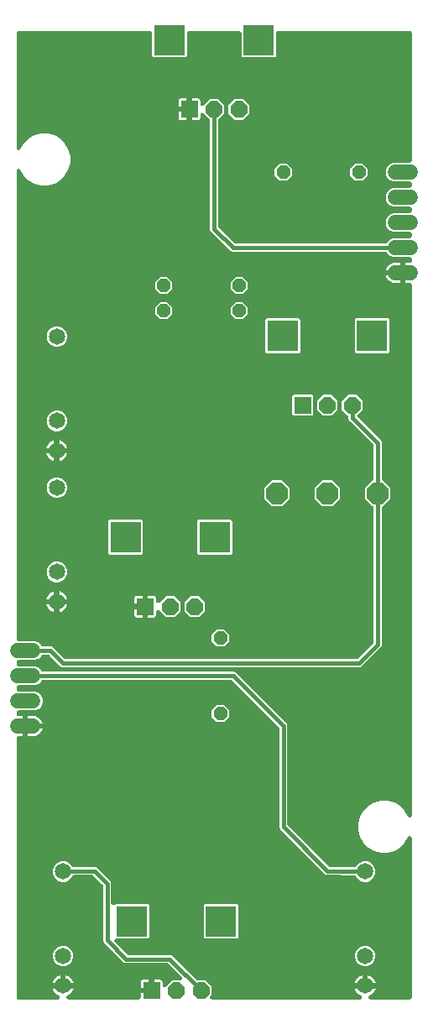
<source format=gbl>
G04 EAGLE Gerber RS-274X export*
G75*
%MOMM*%
%FSLAX34Y34*%
%LPD*%
%INBottom Copper*%
%IPPOS*%
%AMOC8*
5,1,8,0,0,1.08239X$1,22.5*%
G01*
%ADD10P,1.429621X8X112.500000*%
%ADD11C,1.524000*%
%ADD12P,1.429621X8X22.500000*%
%ADD13C,1.650000*%
%ADD14R,1.676400X1.676400*%
%ADD15P,1.814519X8X292.500000*%
%ADD16R,3.116000X3.116000*%
%ADD17P,1.429621X8X202.500000*%
%ADD18P,2.336880X8X292.500000*%
%ADD19R,1.006400X1.006400*%
%ADD20C,0.406400*%

G36*
X52011Y10173D02*
X52011Y10173D01*
X52137Y10176D01*
X52211Y10193D01*
X52286Y10201D01*
X52407Y10238D01*
X52530Y10266D01*
X52599Y10297D01*
X52671Y10319D01*
X52782Y10379D01*
X52897Y10431D01*
X52959Y10475D01*
X53025Y10511D01*
X53122Y10591D01*
X53225Y10665D01*
X53276Y10720D01*
X53334Y10768D01*
X53413Y10867D01*
X53500Y10959D01*
X53539Y11023D01*
X53587Y11082D01*
X53645Y11194D01*
X53711Y11302D01*
X53737Y11373D01*
X53772Y11439D01*
X53807Y11561D01*
X53851Y11679D01*
X53863Y11754D01*
X53884Y11826D01*
X53894Y11952D01*
X53913Y12077D01*
X53910Y12152D01*
X53916Y12228D01*
X53902Y12353D01*
X53896Y12479D01*
X53878Y12553D01*
X53869Y12627D01*
X53830Y12747D01*
X53800Y12870D01*
X53768Y12938D01*
X53745Y13010D01*
X53683Y13120D01*
X53629Y13235D01*
X53584Y13295D01*
X53547Y13361D01*
X53464Y13456D01*
X53389Y13558D01*
X53333Y13608D01*
X53284Y13665D01*
X53184Y13743D01*
X53090Y13828D01*
X53015Y13874D01*
X52965Y13912D01*
X52900Y13945D01*
X52808Y14002D01*
X51494Y14671D01*
X50120Y15669D01*
X48919Y16870D01*
X47921Y18244D01*
X47150Y19758D01*
X46697Y21151D01*
X56432Y21151D01*
X56450Y21152D01*
X56467Y21151D01*
X56650Y21172D01*
X56832Y21191D01*
X56849Y21196D01*
X56867Y21198D01*
X57042Y21255D01*
X57142Y21286D01*
X57149Y21282D01*
X57327Y21234D01*
X57502Y21184D01*
X57520Y21182D01*
X57537Y21178D01*
X57868Y21151D01*
X67603Y21151D01*
X67150Y19758D01*
X66379Y18244D01*
X65381Y16870D01*
X64180Y15669D01*
X62806Y14671D01*
X61492Y14002D01*
X61386Y13934D01*
X61275Y13873D01*
X61217Y13825D01*
X61154Y13784D01*
X61063Y13697D01*
X60966Y13616D01*
X60918Y13557D01*
X60864Y13504D01*
X60793Y13400D01*
X60713Y13302D01*
X60679Y13235D01*
X60636Y13173D01*
X60586Y13056D01*
X60528Y12945D01*
X60507Y12872D01*
X60477Y12803D01*
X60451Y12679D01*
X60416Y12558D01*
X60410Y12483D01*
X60395Y12409D01*
X60394Y12282D01*
X60384Y12156D01*
X60392Y12081D01*
X60392Y12006D01*
X60416Y11882D01*
X60431Y11757D01*
X60454Y11685D01*
X60468Y11611D01*
X60516Y11494D01*
X60555Y11374D01*
X60592Y11308D01*
X60621Y11238D01*
X60691Y11133D01*
X60753Y11023D01*
X60803Y10966D01*
X60844Y10903D01*
X60934Y10814D01*
X61016Y10718D01*
X61076Y10672D01*
X61129Y10619D01*
X61235Y10549D01*
X61335Y10472D01*
X61402Y10438D01*
X61465Y10396D01*
X61582Y10349D01*
X61695Y10292D01*
X61768Y10273D01*
X61838Y10244D01*
X61962Y10221D01*
X62084Y10188D01*
X62171Y10181D01*
X62233Y10169D01*
X62307Y10170D01*
X62415Y10161D01*
X133496Y10161D01*
X133514Y10163D01*
X133532Y10161D01*
X133714Y10182D01*
X133897Y10201D01*
X133914Y10206D01*
X133931Y10208D01*
X134106Y10265D01*
X134282Y10319D01*
X134297Y10327D01*
X134314Y10333D01*
X134474Y10423D01*
X134636Y10511D01*
X134649Y10522D01*
X134665Y10531D01*
X134804Y10651D01*
X134945Y10768D01*
X134956Y10782D01*
X134970Y10794D01*
X135082Y10939D01*
X135197Y11082D01*
X135205Y11098D01*
X135216Y11112D01*
X135298Y11277D01*
X135383Y11439D01*
X135388Y11456D01*
X135396Y11472D01*
X135443Y11651D01*
X135494Y11826D01*
X135496Y11844D01*
X135500Y11861D01*
X135527Y12192D01*
X135527Y16151D01*
X145732Y16151D01*
X145750Y16152D01*
X145767Y16151D01*
X145950Y16172D01*
X146132Y16191D01*
X146149Y16196D01*
X146167Y16198D01*
X146342Y16255D01*
X146517Y16309D01*
X146533Y16317D01*
X146550Y16323D01*
X146710Y16413D01*
X146871Y16500D01*
X146885Y16512D01*
X146901Y16521D01*
X147040Y16641D01*
X147181Y16758D01*
X147192Y16772D01*
X147205Y16784D01*
X147318Y16929D01*
X147433Y17072D01*
X147441Y17088D01*
X147452Y17102D01*
X147534Y17267D01*
X147618Y17429D01*
X147623Y17446D01*
X147631Y17462D01*
X147679Y17641D01*
X147685Y17661D01*
X147778Y17691D01*
X147954Y17745D01*
X147969Y17753D01*
X147986Y17759D01*
X148146Y17849D01*
X148308Y17937D01*
X148321Y17948D01*
X148337Y17957D01*
X148476Y18077D01*
X148617Y18195D01*
X148628Y18208D01*
X148642Y18220D01*
X148754Y18365D01*
X148869Y18508D01*
X148877Y18524D01*
X148888Y18538D01*
X148970Y18703D01*
X149055Y18866D01*
X149060Y18883D01*
X149068Y18899D01*
X149115Y19077D01*
X149166Y19252D01*
X149168Y19270D01*
X149172Y19287D01*
X149199Y19618D01*
X149199Y29823D01*
X155167Y29823D01*
X155813Y29650D01*
X156392Y29315D01*
X156865Y28842D01*
X157200Y28263D01*
X157373Y27617D01*
X157373Y24455D01*
X157374Y24446D01*
X157373Y24437D01*
X157394Y24244D01*
X157413Y24055D01*
X157415Y24046D01*
X157416Y24037D01*
X157474Y23853D01*
X157531Y23670D01*
X157535Y23662D01*
X157538Y23653D01*
X157631Y23485D01*
X157723Y23316D01*
X157728Y23309D01*
X157733Y23301D01*
X157857Y23154D01*
X157980Y23006D01*
X157987Y23001D01*
X157993Y22994D01*
X158144Y22875D01*
X158294Y22754D01*
X158302Y22750D01*
X158309Y22744D01*
X158482Y22657D01*
X158651Y22569D01*
X158660Y22566D01*
X158668Y22562D01*
X158854Y22510D01*
X159038Y22457D01*
X159047Y22456D01*
X159056Y22454D01*
X159249Y22440D01*
X159440Y22424D01*
X159448Y22425D01*
X159457Y22425D01*
X159650Y22449D01*
X159839Y22471D01*
X159848Y22474D01*
X159857Y22475D01*
X160040Y22536D01*
X160222Y22596D01*
X160230Y22600D01*
X160238Y22603D01*
X160405Y22699D01*
X160573Y22794D01*
X160580Y22800D01*
X160587Y22804D01*
X160840Y23019D01*
X167136Y29315D01*
X175383Y29315D01*
X175392Y29316D01*
X175401Y29315D01*
X175594Y29336D01*
X175784Y29355D01*
X175792Y29357D01*
X175801Y29358D01*
X175985Y29416D01*
X176169Y29473D01*
X176176Y29477D01*
X176185Y29480D01*
X176353Y29572D01*
X176523Y29665D01*
X176529Y29670D01*
X176537Y29675D01*
X176684Y29799D01*
X176832Y29922D01*
X176837Y29929D01*
X176844Y29935D01*
X176964Y30087D01*
X177084Y30236D01*
X177088Y30244D01*
X177094Y30251D01*
X177182Y30424D01*
X177270Y30593D01*
X177272Y30602D01*
X177276Y30610D01*
X177328Y30796D01*
X177381Y30980D01*
X177382Y30989D01*
X177384Y30998D01*
X177398Y31191D01*
X177414Y31382D01*
X177413Y31390D01*
X177414Y31399D01*
X177389Y31592D01*
X177367Y31781D01*
X177364Y31790D01*
X177363Y31799D01*
X177302Y31982D01*
X177242Y32164D01*
X177238Y32172D01*
X177235Y32180D01*
X177139Y32346D01*
X177044Y32515D01*
X177039Y32522D01*
X177034Y32529D01*
X176819Y32782D01*
X163461Y46140D01*
X163446Y46153D01*
X163435Y46165D01*
X163430Y46169D01*
X163423Y46178D01*
X163285Y46285D01*
X163150Y46395D01*
X163126Y46408D01*
X163105Y46424D01*
X162948Y46502D01*
X162794Y46584D01*
X162769Y46592D01*
X162744Y46604D01*
X162575Y46649D01*
X162408Y46699D01*
X162382Y46701D01*
X162356Y46708D01*
X162025Y46735D01*
X119841Y46735D01*
X118348Y47354D01*
X98154Y67548D01*
X97535Y69041D01*
X97535Y124475D01*
X97533Y124502D01*
X97535Y124528D01*
X97513Y124702D01*
X97495Y124876D01*
X97488Y124901D01*
X97484Y124928D01*
X97429Y125093D01*
X97377Y125260D01*
X97364Y125284D01*
X97356Y125309D01*
X97269Y125461D01*
X97185Y125615D01*
X97168Y125635D01*
X97155Y125658D01*
X96940Y125911D01*
X87811Y135040D01*
X87791Y135057D01*
X87773Y135078D01*
X87635Y135185D01*
X87500Y135295D01*
X87476Y135308D01*
X87455Y135324D01*
X87298Y135402D01*
X87144Y135484D01*
X87119Y135492D01*
X87094Y135504D01*
X86925Y135549D01*
X86758Y135599D01*
X86732Y135601D01*
X86706Y135608D01*
X86375Y135635D01*
X68285Y135635D01*
X68263Y135633D01*
X68240Y135635D01*
X68063Y135613D01*
X67884Y135595D01*
X67863Y135589D01*
X67841Y135586D01*
X67671Y135530D01*
X67499Y135477D01*
X67480Y135467D01*
X67459Y135460D01*
X67303Y135371D01*
X67145Y135285D01*
X67128Y135271D01*
X67109Y135260D01*
X66973Y135142D01*
X66836Y135028D01*
X66822Y135010D01*
X66805Y134996D01*
X66696Y134854D01*
X66584Y134714D01*
X66573Y134694D01*
X66560Y134676D01*
X66408Y134381D01*
X65867Y133075D01*
X62975Y130183D01*
X59195Y128617D01*
X55105Y128617D01*
X51325Y130183D01*
X48433Y133075D01*
X46867Y136855D01*
X46867Y140945D01*
X48433Y144725D01*
X51325Y147617D01*
X53321Y148444D01*
X55105Y149183D01*
X59195Y149183D01*
X62975Y147617D01*
X65956Y144636D01*
X65961Y144627D01*
X66078Y144492D01*
X66192Y144354D01*
X66209Y144340D01*
X66224Y144322D01*
X66365Y144213D01*
X66504Y144100D01*
X66524Y144089D01*
X66542Y144076D01*
X66702Y143996D01*
X66861Y143913D01*
X66882Y143906D01*
X66903Y143896D01*
X67076Y143850D01*
X67247Y143800D01*
X67270Y143798D01*
X67291Y143792D01*
X67622Y143765D01*
X89709Y143765D01*
X91202Y143146D01*
X105046Y129302D01*
X105665Y127809D01*
X105665Y107053D01*
X105666Y107044D01*
X105665Y107036D01*
X105686Y106843D01*
X105705Y106653D01*
X105707Y106644D01*
X105708Y106635D01*
X105766Y106453D01*
X105823Y106268D01*
X105827Y106260D01*
X105830Y106251D01*
X105923Y106083D01*
X106015Y105914D01*
X106020Y105907D01*
X106025Y105899D01*
X106150Y105751D01*
X106272Y105604D01*
X106279Y105599D01*
X106285Y105592D01*
X106437Y105472D01*
X106586Y105352D01*
X106594Y105348D01*
X106601Y105342D01*
X106773Y105255D01*
X106943Y105167D01*
X106952Y105164D01*
X106960Y105160D01*
X107146Y105108D01*
X107330Y105055D01*
X107339Y105055D01*
X107348Y105052D01*
X107540Y105038D01*
X107732Y105022D01*
X107740Y105023D01*
X107749Y105023D01*
X107942Y105047D01*
X108131Y105069D01*
X108140Y105072D01*
X108149Y105073D01*
X108332Y105135D01*
X108514Y105194D01*
X108522Y105199D01*
X108530Y105201D01*
X108696Y105297D01*
X108865Y105392D01*
X108872Y105398D01*
X108879Y105402D01*
X109132Y105617D01*
X110028Y106513D01*
X142872Y106513D01*
X144063Y105322D01*
X144063Y72478D01*
X142872Y71287D01*
X110815Y71287D01*
X110806Y71286D01*
X110797Y71287D01*
X110604Y71266D01*
X110414Y71247D01*
X110406Y71245D01*
X110397Y71244D01*
X110213Y71186D01*
X110029Y71129D01*
X110022Y71125D01*
X110013Y71122D01*
X109845Y71030D01*
X109675Y70937D01*
X109669Y70932D01*
X109661Y70927D01*
X109513Y70802D01*
X109366Y70680D01*
X109361Y70673D01*
X109354Y70667D01*
X109234Y70515D01*
X109114Y70366D01*
X109110Y70358D01*
X109104Y70351D01*
X109016Y70177D01*
X108928Y70009D01*
X108926Y70000D01*
X108922Y69992D01*
X108870Y69806D01*
X108817Y69622D01*
X108816Y69613D01*
X108814Y69604D01*
X108800Y69411D01*
X108784Y69220D01*
X108785Y69212D01*
X108784Y69203D01*
X108809Y69010D01*
X108831Y68821D01*
X108834Y68812D01*
X108835Y68803D01*
X108896Y68620D01*
X108956Y68438D01*
X108960Y68430D01*
X108963Y68422D01*
X109059Y68255D01*
X109154Y68087D01*
X109159Y68080D01*
X109164Y68073D01*
X109379Y67820D01*
X121739Y55460D01*
X121759Y55443D01*
X121777Y55422D01*
X121915Y55315D01*
X122050Y55205D01*
X122074Y55192D01*
X122095Y55176D01*
X122252Y55098D01*
X122406Y55016D01*
X122431Y55008D01*
X122456Y54996D01*
X122625Y54951D01*
X122792Y54901D01*
X122818Y54899D01*
X122844Y54892D01*
X123175Y54865D01*
X165359Y54865D01*
X166852Y54246D01*
X191189Y29910D01*
X191209Y29893D01*
X191227Y29872D01*
X191365Y29765D01*
X191500Y29655D01*
X191524Y29642D01*
X191545Y29626D01*
X191702Y29548D01*
X191856Y29466D01*
X191881Y29458D01*
X191906Y29446D01*
X192075Y29401D01*
X192242Y29351D01*
X192268Y29349D01*
X192294Y29342D01*
X192625Y29315D01*
X200764Y29315D01*
X206865Y23214D01*
X206865Y14586D01*
X205907Y13628D01*
X205901Y13621D01*
X205894Y13616D01*
X205773Y13465D01*
X205652Y13317D01*
X205648Y13309D01*
X205642Y13302D01*
X205554Y13132D01*
X205463Y12961D01*
X205461Y12952D01*
X205457Y12945D01*
X205404Y12760D01*
X205348Y12575D01*
X205348Y12566D01*
X205345Y12558D01*
X205330Y12367D01*
X205312Y12174D01*
X205313Y12165D01*
X205312Y12156D01*
X205335Y11967D01*
X205355Y11774D01*
X205358Y11765D01*
X205359Y11757D01*
X205419Y11575D01*
X205477Y11390D01*
X205481Y11382D01*
X205484Y11374D01*
X205578Y11207D01*
X205672Y11038D01*
X205678Y11031D01*
X205682Y11023D01*
X205807Y10878D01*
X205932Y10731D01*
X205939Y10725D01*
X205945Y10718D01*
X206096Y10602D01*
X206248Y10481D01*
X206256Y10477D01*
X206263Y10472D01*
X206434Y10387D01*
X206607Y10299D01*
X206616Y10296D01*
X206624Y10292D01*
X206809Y10243D01*
X206995Y10191D01*
X207004Y10190D01*
X207013Y10188D01*
X207343Y10161D01*
X356685Y10161D01*
X356811Y10173D01*
X356937Y10176D01*
X357011Y10193D01*
X357086Y10201D01*
X357207Y10238D01*
X357330Y10266D01*
X357399Y10297D01*
X357471Y10319D01*
X357582Y10379D01*
X357697Y10431D01*
X357759Y10475D01*
X357825Y10511D01*
X357922Y10591D01*
X358025Y10665D01*
X358076Y10720D01*
X358134Y10768D01*
X358213Y10867D01*
X358300Y10959D01*
X358339Y11023D01*
X358387Y11082D01*
X358445Y11194D01*
X358511Y11302D01*
X358537Y11373D01*
X358572Y11439D01*
X358607Y11561D01*
X358651Y11679D01*
X358663Y11754D01*
X358684Y11826D01*
X358694Y11952D01*
X358713Y12077D01*
X358710Y12152D01*
X358716Y12228D01*
X358702Y12353D01*
X358696Y12479D01*
X358678Y12553D01*
X358669Y12627D01*
X358630Y12747D01*
X358600Y12870D01*
X358568Y12938D01*
X358545Y13010D01*
X358483Y13120D01*
X358429Y13235D01*
X358384Y13295D01*
X358347Y13361D01*
X358264Y13456D01*
X358189Y13558D01*
X358133Y13608D01*
X358084Y13665D01*
X357984Y13743D01*
X357890Y13828D01*
X357815Y13874D01*
X357765Y13912D01*
X357700Y13945D01*
X357608Y14002D01*
X356294Y14671D01*
X354920Y15669D01*
X353719Y16870D01*
X352721Y18244D01*
X351950Y19758D01*
X351497Y21151D01*
X361232Y21151D01*
X361250Y21152D01*
X361267Y21151D01*
X361450Y21172D01*
X361632Y21191D01*
X361649Y21196D01*
X361667Y21198D01*
X361842Y21255D01*
X361942Y21286D01*
X361949Y21282D01*
X362127Y21234D01*
X362302Y21184D01*
X362320Y21182D01*
X362337Y21178D01*
X362668Y21151D01*
X372403Y21151D01*
X371950Y19758D01*
X371179Y18244D01*
X370181Y16870D01*
X368980Y15669D01*
X367606Y14671D01*
X366292Y14002D01*
X366186Y13934D01*
X366075Y13873D01*
X366017Y13825D01*
X365954Y13784D01*
X365863Y13697D01*
X365766Y13616D01*
X365718Y13557D01*
X365664Y13504D01*
X365593Y13400D01*
X365513Y13302D01*
X365479Y13235D01*
X365436Y13173D01*
X365386Y13056D01*
X365328Y12945D01*
X365307Y12872D01*
X365277Y12803D01*
X365251Y12679D01*
X365216Y12558D01*
X365210Y12483D01*
X365195Y12409D01*
X365194Y12282D01*
X365184Y12156D01*
X365192Y12081D01*
X365192Y12006D01*
X365216Y11882D01*
X365231Y11757D01*
X365254Y11685D01*
X365268Y11611D01*
X365316Y11494D01*
X365355Y11374D01*
X365392Y11308D01*
X365421Y11238D01*
X365491Y11133D01*
X365553Y11023D01*
X365603Y10966D01*
X365644Y10903D01*
X365734Y10814D01*
X365816Y10718D01*
X365876Y10672D01*
X365929Y10619D01*
X366035Y10549D01*
X366135Y10472D01*
X366202Y10438D01*
X366265Y10396D01*
X366382Y10349D01*
X366495Y10292D01*
X366568Y10273D01*
X366638Y10244D01*
X366762Y10221D01*
X366884Y10188D01*
X366971Y10181D01*
X367033Y10169D01*
X367107Y10170D01*
X367215Y10161D01*
X406908Y10161D01*
X406926Y10163D01*
X406944Y10161D01*
X407126Y10182D01*
X407309Y10201D01*
X407326Y10206D01*
X407343Y10208D01*
X407518Y10265D01*
X407694Y10319D01*
X407709Y10327D01*
X407726Y10333D01*
X407886Y10423D01*
X408048Y10511D01*
X408061Y10522D01*
X408077Y10531D01*
X408216Y10651D01*
X408357Y10768D01*
X408368Y10782D01*
X408382Y10794D01*
X408494Y10939D01*
X408609Y11082D01*
X408617Y11098D01*
X408628Y11112D01*
X408710Y11277D01*
X408795Y11439D01*
X408800Y11456D01*
X408808Y11472D01*
X408855Y11651D01*
X408906Y11826D01*
X408908Y11844D01*
X408912Y11861D01*
X408939Y12192D01*
X408939Y172636D01*
X408932Y172709D01*
X408934Y172782D01*
X408912Y172909D01*
X408899Y173037D01*
X408878Y173107D01*
X408865Y173179D01*
X408819Y173299D01*
X408781Y173422D01*
X408746Y173486D01*
X408720Y173554D01*
X408651Y173663D01*
X408589Y173776D01*
X408543Y173832D01*
X408503Y173894D01*
X408414Y173986D01*
X408332Y174085D01*
X408275Y174131D01*
X408224Y174184D01*
X408118Y174257D01*
X408018Y174337D01*
X407953Y174371D01*
X407893Y174413D01*
X407774Y174464D01*
X407661Y174523D01*
X407590Y174543D01*
X407523Y174572D01*
X407397Y174599D01*
X407274Y174634D01*
X407201Y174640D01*
X407129Y174655D01*
X407001Y174657D01*
X406872Y174667D01*
X406800Y174658D01*
X406726Y174659D01*
X406600Y174635D01*
X406473Y174620D01*
X406403Y174597D01*
X406331Y174584D01*
X406212Y174535D01*
X406090Y174495D01*
X406026Y174459D01*
X405958Y174432D01*
X405851Y174360D01*
X405739Y174297D01*
X405684Y174249D01*
X405623Y174209D01*
X405532Y174118D01*
X405435Y174034D01*
X405390Y173976D01*
X405338Y173925D01*
X405241Y173785D01*
X405188Y173716D01*
X405173Y173687D01*
X405149Y173652D01*
X401935Y168086D01*
X397064Y163215D01*
X391098Y159770D01*
X384444Y157987D01*
X377556Y157987D01*
X370902Y159770D01*
X364936Y163215D01*
X360065Y168086D01*
X356620Y174052D01*
X354837Y180706D01*
X354837Y187594D01*
X356620Y194248D01*
X360065Y200214D01*
X364936Y205085D01*
X370902Y208530D01*
X377556Y210313D01*
X384444Y210313D01*
X391098Y208530D01*
X397064Y205085D01*
X401935Y200214D01*
X405149Y194648D01*
X405192Y194589D01*
X405227Y194524D01*
X405309Y194426D01*
X405384Y194321D01*
X405437Y194271D01*
X405484Y194215D01*
X405584Y194135D01*
X405679Y194047D01*
X405741Y194009D01*
X405798Y193963D01*
X405912Y193904D01*
X406022Y193836D01*
X406090Y193811D01*
X406155Y193777D01*
X406279Y193742D01*
X406399Y193697D01*
X406472Y193686D01*
X406542Y193666D01*
X406671Y193655D01*
X406797Y193636D01*
X406870Y193639D01*
X406944Y193633D01*
X407071Y193648D01*
X407200Y193654D01*
X407271Y193671D01*
X407343Y193680D01*
X407466Y193720D01*
X407590Y193751D01*
X407656Y193782D01*
X407726Y193805D01*
X407838Y193868D01*
X407954Y193923D01*
X408013Y193967D01*
X408077Y194003D01*
X408174Y194087D01*
X408277Y194163D01*
X408326Y194218D01*
X408382Y194266D01*
X408460Y194367D01*
X408546Y194463D01*
X408583Y194526D01*
X408628Y194584D01*
X408686Y194699D01*
X408751Y194810D01*
X408775Y194879D01*
X408808Y194944D01*
X408841Y195069D01*
X408883Y195190D01*
X408893Y195262D01*
X408912Y195333D01*
X408926Y195503D01*
X408938Y195589D01*
X408936Y195622D01*
X408939Y195664D01*
X408939Y730758D01*
X408937Y730776D01*
X408939Y730794D01*
X408918Y730976D01*
X408899Y731159D01*
X408894Y731176D01*
X408892Y731193D01*
X408835Y731368D01*
X408781Y731544D01*
X408773Y731559D01*
X408767Y731576D01*
X408677Y731736D01*
X408589Y731898D01*
X408578Y731911D01*
X408569Y731927D01*
X408449Y732066D01*
X408332Y732207D01*
X408318Y732218D01*
X408306Y732232D01*
X408161Y732344D01*
X408018Y732459D01*
X408002Y732467D01*
X407988Y732478D01*
X407823Y732560D01*
X407661Y732645D01*
X407644Y732650D01*
X407628Y732658D01*
X407449Y732705D01*
X407274Y732756D01*
X407256Y732758D01*
X407239Y732762D01*
X406908Y732789D01*
X402589Y732789D01*
X402589Y742442D01*
X402587Y742460D01*
X402589Y742477D01*
X402568Y742660D01*
X402549Y742842D01*
X402544Y742859D01*
X402542Y742877D01*
X402517Y742955D01*
X402556Y743092D01*
X402558Y743110D01*
X402562Y743127D01*
X402589Y743458D01*
X402589Y753111D01*
X406908Y753111D01*
X406926Y753113D01*
X406944Y753111D01*
X407126Y753132D01*
X407309Y753151D01*
X407326Y753156D01*
X407343Y753158D01*
X407518Y753215D01*
X407694Y753269D01*
X407709Y753277D01*
X407726Y753283D01*
X407886Y753373D01*
X408048Y753461D01*
X408061Y753472D01*
X408077Y753481D01*
X408216Y753601D01*
X408357Y753718D01*
X408368Y753732D01*
X408382Y753744D01*
X408494Y753889D01*
X408609Y754032D01*
X408617Y754048D01*
X408628Y754062D01*
X408710Y754227D01*
X408795Y754389D01*
X408800Y754406D01*
X408808Y754422D01*
X408855Y754600D01*
X408906Y754776D01*
X408908Y754794D01*
X408912Y754811D01*
X408939Y755142D01*
X408939Y756666D01*
X408937Y756684D01*
X408939Y756702D01*
X408918Y756884D01*
X408899Y757067D01*
X408894Y757084D01*
X408892Y757101D01*
X408835Y757276D01*
X408781Y757452D01*
X408773Y757467D01*
X408767Y757484D01*
X408677Y757644D01*
X408589Y757806D01*
X408578Y757819D01*
X408569Y757835D01*
X408449Y757974D01*
X408332Y758115D01*
X408318Y758126D01*
X408306Y758140D01*
X408161Y758252D01*
X408018Y758367D01*
X408002Y758375D01*
X407988Y758386D01*
X407823Y758468D01*
X407661Y758553D01*
X407644Y758558D01*
X407628Y758566D01*
X407449Y758613D01*
X407274Y758664D01*
X407256Y758666D01*
X407239Y758670D01*
X406908Y758697D01*
X390510Y758697D01*
X386962Y760167D01*
X384247Y762882D01*
X384185Y763031D01*
X384175Y763051D01*
X384168Y763072D01*
X384079Y763228D01*
X383995Y763386D01*
X383981Y763403D01*
X383970Y763423D01*
X383853Y763558D01*
X383738Y763697D01*
X383721Y763711D01*
X383707Y763728D01*
X383565Y763837D01*
X383426Y763950D01*
X383406Y763961D01*
X383388Y763974D01*
X383228Y764054D01*
X383069Y764137D01*
X383048Y764144D01*
X383028Y764154D01*
X382855Y764200D01*
X382683Y764250D01*
X382661Y764252D01*
X382639Y764258D01*
X382308Y764285D01*
X227791Y764285D01*
X226298Y764904D01*
X206104Y785098D01*
X205485Y786591D01*
X205485Y896395D01*
X205483Y896421D01*
X205485Y896448D01*
X205463Y896622D01*
X205445Y896795D01*
X205438Y896821D01*
X205434Y896847D01*
X205379Y897013D01*
X205327Y897180D01*
X205314Y897204D01*
X205306Y897229D01*
X205219Y897380D01*
X205135Y897534D01*
X205118Y897555D01*
X205105Y897578D01*
X204890Y897831D01*
X198940Y903781D01*
X198933Y903787D01*
X198928Y903794D01*
X198778Y903914D01*
X198629Y904036D01*
X198621Y904040D01*
X198614Y904046D01*
X198444Y904134D01*
X198273Y904225D01*
X198264Y904227D01*
X198257Y904231D01*
X198072Y904285D01*
X197887Y904340D01*
X197878Y904340D01*
X197870Y904343D01*
X197678Y904358D01*
X197486Y904376D01*
X197477Y904375D01*
X197468Y904376D01*
X197279Y904354D01*
X197086Y904333D01*
X197077Y904330D01*
X197069Y904329D01*
X196887Y904269D01*
X196702Y904211D01*
X196694Y904207D01*
X196686Y904204D01*
X196517Y904109D01*
X196350Y904016D01*
X196343Y904010D01*
X196335Y904006D01*
X196189Y903880D01*
X196043Y903756D01*
X196037Y903749D01*
X196030Y903743D01*
X195913Y903591D01*
X195793Y903440D01*
X195789Y903432D01*
X195784Y903425D01*
X195698Y903253D01*
X195611Y903081D01*
X195608Y903072D01*
X195604Y903064D01*
X195554Y902878D01*
X195503Y902693D01*
X195502Y902684D01*
X195500Y902675D01*
X195473Y902345D01*
X195473Y899183D01*
X195300Y898537D01*
X194965Y897958D01*
X194492Y897485D01*
X193913Y897150D01*
X193267Y896977D01*
X187299Y896977D01*
X187299Y907182D01*
X187297Y907200D01*
X187299Y907217D01*
X187278Y907400D01*
X187259Y907582D01*
X187254Y907599D01*
X187252Y907617D01*
X187195Y907792D01*
X187164Y907892D01*
X187168Y907899D01*
X187215Y908077D01*
X187266Y908252D01*
X187268Y908270D01*
X187272Y908287D01*
X187299Y908618D01*
X187299Y918823D01*
X193267Y918823D01*
X193913Y918650D01*
X194492Y918315D01*
X194965Y917842D01*
X195300Y917263D01*
X195473Y916617D01*
X195473Y913455D01*
X195474Y913446D01*
X195473Y913437D01*
X195494Y913244D01*
X195513Y913055D01*
X195515Y913046D01*
X195516Y913037D01*
X195574Y912853D01*
X195631Y912670D01*
X195635Y912662D01*
X195638Y912653D01*
X195731Y912485D01*
X195823Y912316D01*
X195828Y912309D01*
X195833Y912301D01*
X195957Y912154D01*
X196080Y912006D01*
X196087Y912001D01*
X196093Y911994D01*
X196244Y911875D01*
X196394Y911754D01*
X196402Y911750D01*
X196409Y911744D01*
X196582Y911657D01*
X196751Y911569D01*
X196760Y911566D01*
X196768Y911562D01*
X196954Y911510D01*
X197138Y911457D01*
X197147Y911456D01*
X197156Y911454D01*
X197349Y911440D01*
X197540Y911424D01*
X197548Y911425D01*
X197557Y911425D01*
X197750Y911449D01*
X197939Y911471D01*
X197948Y911474D01*
X197957Y911475D01*
X198140Y911536D01*
X198322Y911596D01*
X198330Y911600D01*
X198338Y911603D01*
X198505Y911699D01*
X198673Y911794D01*
X198680Y911800D01*
X198687Y911804D01*
X198940Y912019D01*
X205236Y918315D01*
X213864Y918315D01*
X219965Y912214D01*
X219965Y903586D01*
X214210Y897831D01*
X214193Y897810D01*
X214172Y897793D01*
X214065Y897655D01*
X213955Y897520D01*
X213942Y897496D01*
X213926Y897475D01*
X213848Y897318D01*
X213766Y897164D01*
X213758Y897138D01*
X213746Y897114D01*
X213701Y896945D01*
X213651Y896778D01*
X213649Y896751D01*
X213642Y896725D01*
X213615Y896395D01*
X213615Y789925D01*
X213617Y789898D01*
X213615Y789872D01*
X213637Y789698D01*
X213655Y789524D01*
X213662Y789499D01*
X213666Y789472D01*
X213721Y789307D01*
X213773Y789140D01*
X213786Y789116D01*
X213794Y789091D01*
X213881Y788939D01*
X213965Y788785D01*
X213982Y788765D01*
X213995Y788742D01*
X214210Y788489D01*
X229689Y773010D01*
X229709Y772993D01*
X229727Y772972D01*
X229865Y772865D01*
X230000Y772755D01*
X230024Y772742D01*
X230045Y772726D01*
X230202Y772648D01*
X230356Y772566D01*
X230381Y772558D01*
X230406Y772546D01*
X230575Y772501D01*
X230742Y772451D01*
X230768Y772449D01*
X230794Y772442D01*
X231125Y772415D01*
X382308Y772415D01*
X382331Y772417D01*
X382353Y772415D01*
X382530Y772437D01*
X382709Y772455D01*
X382730Y772461D01*
X382753Y772464D01*
X382922Y772520D01*
X383094Y772573D01*
X383114Y772583D01*
X383135Y772590D01*
X383290Y772679D01*
X383448Y772765D01*
X383465Y772779D01*
X383484Y772790D01*
X383619Y772907D01*
X383757Y773022D01*
X383771Y773040D01*
X383788Y773054D01*
X383897Y773196D01*
X384010Y773336D01*
X384020Y773356D01*
X384033Y773374D01*
X384185Y773669D01*
X384247Y773818D01*
X386962Y776533D01*
X390510Y778003D01*
X406908Y778003D01*
X406926Y778005D01*
X406944Y778003D01*
X407126Y778024D01*
X407309Y778043D01*
X407326Y778048D01*
X407343Y778050D01*
X407518Y778107D01*
X407694Y778161D01*
X407709Y778169D01*
X407726Y778175D01*
X407886Y778265D01*
X408048Y778353D01*
X408061Y778364D01*
X408077Y778373D01*
X408216Y778493D01*
X408357Y778610D01*
X408368Y778624D01*
X408382Y778636D01*
X408494Y778781D01*
X408609Y778924D01*
X408617Y778940D01*
X408628Y778954D01*
X408710Y779119D01*
X408795Y779281D01*
X408800Y779298D01*
X408808Y779314D01*
X408855Y779493D01*
X408906Y779668D01*
X408908Y779686D01*
X408912Y779703D01*
X408939Y780034D01*
X408939Y782066D01*
X408939Y782070D01*
X408939Y782071D01*
X408938Y782083D01*
X408937Y782084D01*
X408939Y782102D01*
X408918Y782284D01*
X408899Y782467D01*
X408894Y782484D01*
X408892Y782501D01*
X408835Y782676D01*
X408781Y782852D01*
X408773Y782867D01*
X408767Y782884D01*
X408677Y783044D01*
X408589Y783206D01*
X408578Y783219D01*
X408569Y783235D01*
X408449Y783374D01*
X408332Y783515D01*
X408318Y783526D01*
X408306Y783540D01*
X408161Y783652D01*
X408018Y783767D01*
X408002Y783775D01*
X407988Y783786D01*
X407823Y783868D01*
X407661Y783953D01*
X407644Y783958D01*
X407628Y783966D01*
X407449Y784013D01*
X407274Y784064D01*
X407256Y784066D01*
X407239Y784070D01*
X406908Y784097D01*
X390510Y784097D01*
X386962Y785567D01*
X384247Y788282D01*
X382777Y791830D01*
X382777Y795670D01*
X384247Y799218D01*
X386962Y801933D01*
X388346Y802506D01*
X390510Y803403D01*
X406908Y803403D01*
X406926Y803405D01*
X406944Y803403D01*
X407126Y803424D01*
X407309Y803443D01*
X407326Y803448D01*
X407343Y803450D01*
X407518Y803507D01*
X407694Y803561D01*
X407709Y803569D01*
X407726Y803575D01*
X407886Y803665D01*
X408048Y803753D01*
X408061Y803764D01*
X408077Y803773D01*
X408216Y803893D01*
X408357Y804010D01*
X408368Y804024D01*
X408382Y804036D01*
X408494Y804181D01*
X408609Y804324D01*
X408617Y804340D01*
X408628Y804354D01*
X408710Y804519D01*
X408795Y804681D01*
X408800Y804698D01*
X408808Y804714D01*
X408855Y804893D01*
X408906Y805068D01*
X408908Y805086D01*
X408912Y805103D01*
X408939Y805434D01*
X408939Y807466D01*
X408937Y807484D01*
X408939Y807502D01*
X408918Y807684D01*
X408899Y807867D01*
X408894Y807884D01*
X408892Y807901D01*
X408835Y808076D01*
X408781Y808252D01*
X408773Y808267D01*
X408767Y808284D01*
X408677Y808444D01*
X408589Y808606D01*
X408578Y808619D01*
X408569Y808635D01*
X408449Y808774D01*
X408332Y808915D01*
X408318Y808926D01*
X408306Y808940D01*
X408161Y809052D01*
X408018Y809167D01*
X408002Y809175D01*
X407988Y809186D01*
X407823Y809268D01*
X407661Y809353D01*
X407644Y809358D01*
X407628Y809366D01*
X407449Y809413D01*
X407274Y809464D01*
X407256Y809466D01*
X407239Y809470D01*
X406908Y809497D01*
X390510Y809497D01*
X386962Y810967D01*
X384247Y813682D01*
X382777Y817230D01*
X382777Y821070D01*
X384247Y824618D01*
X386962Y827333D01*
X390510Y828803D01*
X406908Y828803D01*
X406926Y828805D01*
X406944Y828803D01*
X407126Y828824D01*
X407309Y828843D01*
X407326Y828848D01*
X407343Y828850D01*
X407518Y828907D01*
X407694Y828961D01*
X407709Y828969D01*
X407726Y828975D01*
X407886Y829065D01*
X408048Y829153D01*
X408061Y829164D01*
X408077Y829173D01*
X408216Y829293D01*
X408357Y829410D01*
X408368Y829424D01*
X408382Y829436D01*
X408494Y829581D01*
X408609Y829724D01*
X408617Y829740D01*
X408628Y829754D01*
X408710Y829919D01*
X408795Y830081D01*
X408800Y830098D01*
X408808Y830114D01*
X408855Y830293D01*
X408906Y830468D01*
X408908Y830486D01*
X408912Y830503D01*
X408939Y830834D01*
X408939Y832866D01*
X408937Y832884D01*
X408939Y832902D01*
X408918Y833084D01*
X408899Y833267D01*
X408894Y833284D01*
X408892Y833301D01*
X408835Y833476D01*
X408781Y833652D01*
X408773Y833667D01*
X408767Y833684D01*
X408677Y833844D01*
X408589Y834006D01*
X408578Y834019D01*
X408569Y834035D01*
X408449Y834174D01*
X408332Y834315D01*
X408318Y834326D01*
X408306Y834340D01*
X408161Y834452D01*
X408018Y834567D01*
X408002Y834575D01*
X407988Y834586D01*
X407823Y834668D01*
X407661Y834753D01*
X407644Y834758D01*
X407628Y834766D01*
X407449Y834813D01*
X407274Y834864D01*
X407256Y834866D01*
X407239Y834870D01*
X406908Y834897D01*
X390510Y834897D01*
X386962Y836367D01*
X384247Y839082D01*
X382777Y842630D01*
X382777Y846470D01*
X384247Y850018D01*
X386962Y852733D01*
X390510Y854203D01*
X406908Y854203D01*
X406926Y854205D01*
X406944Y854203D01*
X407126Y854224D01*
X407309Y854243D01*
X407326Y854248D01*
X407343Y854250D01*
X407518Y854307D01*
X407694Y854361D01*
X407709Y854369D01*
X407726Y854375D01*
X407886Y854465D01*
X408048Y854553D01*
X408061Y854564D01*
X408077Y854573D01*
X408216Y854693D01*
X408357Y854810D01*
X408368Y854824D01*
X408382Y854836D01*
X408494Y854981D01*
X408609Y855124D01*
X408617Y855140D01*
X408628Y855154D01*
X408710Y855319D01*
X408795Y855481D01*
X408800Y855498D01*
X408808Y855514D01*
X408855Y855693D01*
X408906Y855868D01*
X408908Y855886D01*
X408912Y855903D01*
X408939Y856234D01*
X408939Y984758D01*
X408937Y984776D01*
X408939Y984794D01*
X408918Y984976D01*
X408899Y985159D01*
X408894Y985176D01*
X408892Y985193D01*
X408835Y985368D01*
X408781Y985544D01*
X408773Y985559D01*
X408767Y985576D01*
X408677Y985736D01*
X408589Y985898D01*
X408578Y985911D01*
X408569Y985927D01*
X408449Y986066D01*
X408332Y986207D01*
X408318Y986218D01*
X408306Y986232D01*
X408161Y986344D01*
X408018Y986459D01*
X408002Y986467D01*
X407988Y986478D01*
X407823Y986560D01*
X407661Y986645D01*
X407644Y986650D01*
X407628Y986658D01*
X407449Y986705D01*
X407274Y986756D01*
X407256Y986758D01*
X407239Y986762D01*
X406908Y986789D01*
X274194Y986789D01*
X274176Y986787D01*
X274158Y986789D01*
X273976Y986768D01*
X273793Y986749D01*
X273776Y986744D01*
X273759Y986742D01*
X273584Y986685D01*
X273408Y986631D01*
X273393Y986623D01*
X273376Y986617D01*
X273216Y986527D01*
X273054Y986439D01*
X273041Y986428D01*
X273025Y986419D01*
X272886Y986299D01*
X272745Y986182D01*
X272734Y986168D01*
X272720Y986156D01*
X272608Y986011D01*
X272493Y985868D01*
X272485Y985852D01*
X272474Y985838D01*
X272392Y985673D01*
X272307Y985511D01*
X272302Y985494D01*
X272294Y985478D01*
X272247Y985299D01*
X272196Y985124D01*
X272194Y985106D01*
X272190Y985089D01*
X272163Y984758D01*
X272163Y961478D01*
X270972Y960287D01*
X238128Y960287D01*
X236937Y961478D01*
X236937Y984758D01*
X236935Y984776D01*
X236937Y984794D01*
X236916Y984976D01*
X236897Y985159D01*
X236892Y985176D01*
X236890Y985193D01*
X236833Y985368D01*
X236779Y985544D01*
X236771Y985559D01*
X236765Y985576D01*
X236675Y985736D01*
X236587Y985898D01*
X236576Y985911D01*
X236567Y985927D01*
X236447Y986066D01*
X236330Y986207D01*
X236316Y986218D01*
X236304Y986232D01*
X236159Y986344D01*
X236016Y986459D01*
X236000Y986467D01*
X235986Y986478D01*
X235821Y986560D01*
X235659Y986645D01*
X235642Y986650D01*
X235626Y986658D01*
X235447Y986705D01*
X235272Y986756D01*
X235254Y986758D01*
X235237Y986762D01*
X234906Y986789D01*
X184194Y986789D01*
X184176Y986787D01*
X184158Y986789D01*
X183976Y986768D01*
X183793Y986749D01*
X183776Y986744D01*
X183759Y986742D01*
X183584Y986685D01*
X183408Y986631D01*
X183393Y986623D01*
X183376Y986617D01*
X183216Y986527D01*
X183054Y986439D01*
X183041Y986428D01*
X183025Y986419D01*
X182886Y986299D01*
X182745Y986182D01*
X182734Y986168D01*
X182720Y986156D01*
X182608Y986011D01*
X182493Y985868D01*
X182485Y985852D01*
X182474Y985838D01*
X182392Y985673D01*
X182307Y985511D01*
X182302Y985494D01*
X182294Y985478D01*
X182247Y985299D01*
X182196Y985124D01*
X182194Y985106D01*
X182190Y985089D01*
X182163Y984758D01*
X182163Y961478D01*
X180972Y960287D01*
X148128Y960287D01*
X146937Y961478D01*
X146937Y984758D01*
X146935Y984776D01*
X146937Y984794D01*
X146916Y984976D01*
X146897Y985159D01*
X146892Y985176D01*
X146890Y985193D01*
X146833Y985368D01*
X146779Y985544D01*
X146771Y985559D01*
X146765Y985576D01*
X146675Y985736D01*
X146587Y985898D01*
X146576Y985911D01*
X146567Y985927D01*
X146447Y986066D01*
X146330Y986207D01*
X146316Y986218D01*
X146304Y986232D01*
X146159Y986344D01*
X146016Y986459D01*
X146000Y986467D01*
X145986Y986478D01*
X145821Y986560D01*
X145659Y986645D01*
X145642Y986650D01*
X145626Y986658D01*
X145447Y986705D01*
X145272Y986756D01*
X145254Y986758D01*
X145237Y986762D01*
X144906Y986789D01*
X12192Y986789D01*
X12174Y986787D01*
X12156Y986789D01*
X11974Y986768D01*
X11791Y986749D01*
X11774Y986744D01*
X11757Y986742D01*
X11582Y986685D01*
X11406Y986631D01*
X11391Y986623D01*
X11374Y986617D01*
X11214Y986527D01*
X11052Y986439D01*
X11039Y986428D01*
X11023Y986419D01*
X10884Y986299D01*
X10743Y986182D01*
X10732Y986168D01*
X10718Y986156D01*
X10606Y986011D01*
X10491Y985868D01*
X10483Y985852D01*
X10472Y985838D01*
X10390Y985673D01*
X10305Y985511D01*
X10300Y985494D01*
X10292Y985478D01*
X10245Y985299D01*
X10194Y985124D01*
X10192Y985106D01*
X10188Y985089D01*
X10161Y984758D01*
X10161Y868764D01*
X10168Y868691D01*
X10166Y868618D01*
X10188Y868491D01*
X10201Y868363D01*
X10222Y868293D01*
X10235Y868221D01*
X10281Y868101D01*
X10319Y867978D01*
X10354Y867914D01*
X10380Y867846D01*
X10449Y867737D01*
X10511Y867624D01*
X10557Y867568D01*
X10597Y867506D01*
X10686Y867414D01*
X10768Y867315D01*
X10825Y867269D01*
X10876Y867216D01*
X10982Y867143D01*
X11082Y867063D01*
X11147Y867029D01*
X11207Y866987D01*
X11326Y866936D01*
X11439Y866877D01*
X11510Y866857D01*
X11577Y866828D01*
X11703Y866801D01*
X11826Y866766D01*
X11899Y866760D01*
X11971Y866745D01*
X12099Y866743D01*
X12228Y866733D01*
X12300Y866742D01*
X12374Y866741D01*
X12500Y866765D01*
X12627Y866780D01*
X12697Y866803D01*
X12769Y866816D01*
X12888Y866865D01*
X13010Y866905D01*
X13074Y866941D01*
X13142Y866968D01*
X13249Y867040D01*
X13361Y867103D01*
X13416Y867151D01*
X13477Y867191D01*
X13568Y867282D01*
X13665Y867366D01*
X13710Y867424D01*
X13762Y867475D01*
X13859Y867615D01*
X13912Y867684D01*
X13927Y867713D01*
X13951Y867748D01*
X17165Y873314D01*
X22036Y878185D01*
X28002Y881630D01*
X34656Y883413D01*
X41544Y883413D01*
X48198Y881630D01*
X54164Y878185D01*
X59035Y873314D01*
X62480Y867348D01*
X64263Y860694D01*
X64263Y853806D01*
X62480Y847152D01*
X59035Y841186D01*
X54164Y836315D01*
X48198Y832870D01*
X41544Y831087D01*
X34656Y831087D01*
X28002Y832870D01*
X22036Y836315D01*
X17165Y841186D01*
X13951Y846752D01*
X13908Y846811D01*
X13873Y846876D01*
X13791Y846974D01*
X13716Y847079D01*
X13663Y847129D01*
X13616Y847185D01*
X13516Y847265D01*
X13421Y847353D01*
X13359Y847391D01*
X13302Y847437D01*
X13188Y847496D01*
X13078Y847564D01*
X13010Y847589D01*
X12945Y847623D01*
X12821Y847658D01*
X12701Y847703D01*
X12628Y847714D01*
X12558Y847734D01*
X12429Y847745D01*
X12303Y847764D01*
X12230Y847761D01*
X12156Y847767D01*
X12029Y847752D01*
X11900Y847746D01*
X11829Y847729D01*
X11757Y847720D01*
X11634Y847680D01*
X11510Y847649D01*
X11444Y847618D01*
X11374Y847595D01*
X11262Y847532D01*
X11146Y847477D01*
X11087Y847433D01*
X11023Y847397D01*
X10926Y847313D01*
X10823Y847237D01*
X10774Y847182D01*
X10718Y847134D01*
X10640Y847033D01*
X10554Y846937D01*
X10517Y846874D01*
X10472Y846816D01*
X10414Y846701D01*
X10349Y846590D01*
X10325Y846521D01*
X10292Y846456D01*
X10259Y846331D01*
X10217Y846210D01*
X10207Y846138D01*
X10188Y846067D01*
X10174Y845897D01*
X10162Y845811D01*
X10164Y845778D01*
X10161Y845736D01*
X10161Y373634D01*
X10163Y373616D01*
X10161Y373598D01*
X10182Y373416D01*
X10201Y373233D01*
X10206Y373216D01*
X10208Y373199D01*
X10265Y373024D01*
X10319Y372848D01*
X10327Y372833D01*
X10333Y372816D01*
X10423Y372656D01*
X10511Y372494D01*
X10522Y372481D01*
X10531Y372465D01*
X10651Y372326D01*
X10768Y372185D01*
X10782Y372174D01*
X10794Y372160D01*
X10939Y372048D01*
X11082Y371933D01*
X11098Y371925D01*
X11112Y371914D01*
X11277Y371832D01*
X11439Y371747D01*
X11456Y371742D01*
X11472Y371734D01*
X11651Y371687D01*
X11826Y371636D01*
X11844Y371634D01*
X11861Y371630D01*
X12192Y371603D01*
X28590Y371603D01*
X32138Y370133D01*
X34853Y367418D01*
X34915Y367269D01*
X34925Y367249D01*
X34932Y367228D01*
X35021Y367072D01*
X35105Y366914D01*
X35119Y366897D01*
X35130Y366877D01*
X35247Y366742D01*
X35362Y366603D01*
X35379Y366589D01*
X35393Y366572D01*
X35535Y366463D01*
X35674Y366350D01*
X35694Y366339D01*
X35712Y366326D01*
X35872Y366246D01*
X36031Y366163D01*
X36052Y366156D01*
X36072Y366146D01*
X36245Y366100D01*
X36417Y366050D01*
X36439Y366048D01*
X36461Y366042D01*
X36792Y366015D01*
X45259Y366015D01*
X46752Y365396D01*
X58239Y353910D01*
X58259Y353893D01*
X58277Y353872D01*
X58415Y353765D01*
X58550Y353655D01*
X58574Y353642D01*
X58595Y353626D01*
X58752Y353548D01*
X58906Y353466D01*
X58931Y353458D01*
X58956Y353446D01*
X59125Y353401D01*
X59292Y353351D01*
X59318Y353349D01*
X59344Y353342D01*
X59675Y353315D01*
X353075Y353315D01*
X353102Y353317D01*
X353128Y353315D01*
X353302Y353337D01*
X353476Y353355D01*
X353501Y353362D01*
X353528Y353366D01*
X353693Y353421D01*
X353860Y353473D01*
X353884Y353486D01*
X353909Y353494D01*
X354061Y353581D01*
X354215Y353665D01*
X354235Y353682D01*
X354258Y353695D01*
X354511Y353910D01*
X369990Y369389D01*
X370007Y369409D01*
X370028Y369427D01*
X370135Y369565D01*
X370245Y369700D01*
X370258Y369724D01*
X370274Y369745D01*
X370352Y369902D01*
X370434Y370056D01*
X370442Y370081D01*
X370454Y370106D01*
X370499Y370275D01*
X370549Y370442D01*
X370551Y370468D01*
X370558Y370494D01*
X370585Y370825D01*
X370585Y505841D01*
X370583Y505859D01*
X370585Y505877D01*
X370564Y506059D01*
X370545Y506242D01*
X370540Y506259D01*
X370538Y506276D01*
X370481Y506451D01*
X370427Y506627D01*
X370419Y506642D01*
X370413Y506659D01*
X370323Y506819D01*
X370235Y506981D01*
X370224Y506994D01*
X370215Y507010D01*
X370095Y507149D01*
X369978Y507290D01*
X369964Y507301D01*
X369952Y507315D01*
X369807Y507427D01*
X369678Y507531D01*
X361822Y515387D01*
X361822Y526013D01*
X369678Y533869D01*
X369694Y533878D01*
X369707Y533889D01*
X369723Y533898D01*
X369862Y534018D01*
X370003Y534135D01*
X370014Y534149D01*
X370028Y534161D01*
X370140Y534306D01*
X370255Y534449D01*
X370263Y534465D01*
X370274Y534479D01*
X370356Y534644D01*
X370441Y534806D01*
X370446Y534823D01*
X370454Y534839D01*
X370501Y535018D01*
X370552Y535193D01*
X370554Y535211D01*
X370558Y535228D01*
X370585Y535559D01*
X370585Y568947D01*
X370582Y568982D01*
X370584Y569016D01*
X370562Y569182D01*
X370545Y569348D01*
X370535Y569381D01*
X370531Y569415D01*
X370476Y569573D01*
X370427Y569733D01*
X370411Y569763D01*
X370399Y569796D01*
X370315Y569940D01*
X370235Y570087D01*
X370213Y570113D01*
X370196Y570143D01*
X369979Y570395D01*
X346845Y593170D01*
X346827Y593185D01*
X346811Y593203D01*
X346759Y593242D01*
X345992Y594009D01*
X345987Y594014D01*
X345981Y594021D01*
X345410Y594582D01*
X345104Y595322D01*
X345101Y595328D01*
X345098Y595337D01*
X344785Y596075D01*
X344785Y596876D01*
X344785Y596883D01*
X344785Y596892D01*
X344777Y597969D01*
X344775Y597988D01*
X344776Y598006D01*
X344753Y598189D01*
X344734Y598369D01*
X344728Y598387D01*
X344726Y598406D01*
X344668Y598579D01*
X344613Y598753D01*
X344604Y598770D01*
X344598Y598788D01*
X344506Y598946D01*
X344418Y599106D01*
X344406Y599120D01*
X344397Y599136D01*
X344182Y599389D01*
X338435Y605136D01*
X338435Y613764D01*
X344536Y619865D01*
X353164Y619865D01*
X359265Y613764D01*
X359265Y605136D01*
X354270Y600141D01*
X354253Y600121D01*
X354234Y600104D01*
X354126Y599966D01*
X354015Y599830D01*
X354003Y599807D01*
X353987Y599786D01*
X353908Y599629D01*
X353826Y599474D01*
X353819Y599449D01*
X353807Y599426D01*
X353761Y599256D01*
X353711Y599088D01*
X353709Y599062D01*
X353702Y599037D01*
X353691Y598862D01*
X353675Y598687D01*
X353678Y598661D01*
X353676Y598636D01*
X353699Y598462D01*
X353718Y598287D01*
X353726Y598262D01*
X353729Y598237D01*
X353787Y598070D01*
X353840Y597903D01*
X353852Y597880D01*
X353861Y597856D01*
X353950Y597704D01*
X354035Y597551D01*
X354051Y597531D01*
X354064Y597509D01*
X354281Y597257D01*
X376655Y575230D01*
X376674Y575215D01*
X376690Y575196D01*
X376741Y575157D01*
X377507Y574392D01*
X377512Y574387D01*
X377518Y574380D01*
X378090Y573818D01*
X378395Y573079D01*
X378399Y573073D01*
X378402Y573065D01*
X378715Y572325D01*
X378715Y571525D01*
X378715Y571518D01*
X378715Y571509D01*
X378723Y570417D01*
X378715Y570312D01*
X378715Y535559D01*
X378717Y535541D01*
X378715Y535523D01*
X378736Y535341D01*
X378755Y535158D01*
X378760Y535141D01*
X378762Y535124D01*
X378819Y534949D01*
X378873Y534773D01*
X378881Y534758D01*
X378887Y534741D01*
X378977Y534581D01*
X379065Y534419D01*
X379076Y534406D01*
X379085Y534390D01*
X379205Y534251D01*
X379322Y534110D01*
X379336Y534099D01*
X379348Y534085D01*
X379493Y533973D01*
X379622Y533869D01*
X387478Y526013D01*
X387478Y515387D01*
X379622Y507531D01*
X379606Y507522D01*
X379593Y507511D01*
X379577Y507502D01*
X379437Y507382D01*
X379297Y507265D01*
X379286Y507251D01*
X379272Y507239D01*
X379160Y507094D01*
X379045Y506951D01*
X379037Y506935D01*
X379026Y506921D01*
X378944Y506756D01*
X378859Y506594D01*
X378854Y506577D01*
X378846Y506561D01*
X378799Y506382D01*
X378748Y506207D01*
X378746Y506189D01*
X378742Y506172D01*
X378715Y505841D01*
X378715Y367491D01*
X378096Y365998D01*
X359332Y347233D01*
X359331Y347233D01*
X357902Y345804D01*
X356409Y345185D01*
X56341Y345185D01*
X54848Y345804D01*
X43361Y357290D01*
X43341Y357307D01*
X43323Y357328D01*
X43185Y357435D01*
X43050Y357545D01*
X43026Y357558D01*
X43005Y357574D01*
X42848Y357652D01*
X42694Y357734D01*
X42669Y357742D01*
X42644Y357754D01*
X42475Y357799D01*
X42308Y357849D01*
X42282Y357851D01*
X42256Y357858D01*
X41925Y357885D01*
X36792Y357885D01*
X36769Y357883D01*
X36747Y357885D01*
X36570Y357863D01*
X36391Y357845D01*
X36370Y357839D01*
X36347Y357836D01*
X36178Y357780D01*
X36006Y357727D01*
X35986Y357717D01*
X35965Y357710D01*
X35810Y357621D01*
X35652Y357535D01*
X35635Y357521D01*
X35616Y357510D01*
X35481Y357393D01*
X35343Y357278D01*
X35329Y357260D01*
X35312Y357246D01*
X35203Y357104D01*
X35090Y356964D01*
X35080Y356944D01*
X35067Y356926D01*
X34915Y356631D01*
X34853Y356482D01*
X32138Y353767D01*
X30972Y353284D01*
X28590Y352297D01*
X12192Y352297D01*
X12174Y352295D01*
X12156Y352297D01*
X11974Y352276D01*
X11791Y352257D01*
X11774Y352252D01*
X11757Y352250D01*
X11582Y352193D01*
X11406Y352139D01*
X11391Y352131D01*
X11374Y352125D01*
X11214Y352035D01*
X11052Y351947D01*
X11039Y351936D01*
X11023Y351927D01*
X10884Y351807D01*
X10743Y351690D01*
X10732Y351676D01*
X10718Y351664D01*
X10606Y351519D01*
X10491Y351376D01*
X10483Y351360D01*
X10472Y351346D01*
X10390Y351181D01*
X10305Y351019D01*
X10300Y351002D01*
X10292Y350986D01*
X10245Y350807D01*
X10194Y350632D01*
X10192Y350614D01*
X10188Y350597D01*
X10161Y350266D01*
X10161Y348234D01*
X10163Y348216D01*
X10161Y348198D01*
X10182Y348016D01*
X10201Y347833D01*
X10206Y347816D01*
X10208Y347799D01*
X10265Y347624D01*
X10319Y347448D01*
X10327Y347433D01*
X10333Y347416D01*
X10423Y347256D01*
X10511Y347094D01*
X10522Y347081D01*
X10531Y347065D01*
X10651Y346926D01*
X10768Y346785D01*
X10782Y346774D01*
X10794Y346760D01*
X10939Y346648D01*
X11082Y346533D01*
X11098Y346525D01*
X11112Y346514D01*
X11277Y346432D01*
X11439Y346347D01*
X11456Y346342D01*
X11472Y346334D01*
X11651Y346287D01*
X11826Y346236D01*
X11844Y346234D01*
X11861Y346230D01*
X12192Y346203D01*
X28590Y346203D01*
X32138Y344733D01*
X34853Y342018D01*
X34915Y341869D01*
X34925Y341849D01*
X34932Y341828D01*
X35021Y341672D01*
X35105Y341514D01*
X35119Y341497D01*
X35130Y341477D01*
X35247Y341342D01*
X35362Y341203D01*
X35379Y341189D01*
X35393Y341172D01*
X35535Y341063D01*
X35674Y340950D01*
X35694Y340939D01*
X35712Y340926D01*
X35872Y340846D01*
X36031Y340763D01*
X36052Y340756D01*
X36072Y340746D01*
X36245Y340700D01*
X36417Y340650D01*
X36439Y340648D01*
X36461Y340642D01*
X36792Y340615D01*
X229409Y340615D01*
X230902Y339996D01*
X282846Y288052D01*
X283465Y286559D01*
X283465Y186675D01*
X283467Y186648D01*
X283465Y186622D01*
X283487Y186448D01*
X283505Y186274D01*
X283512Y186249D01*
X283516Y186222D01*
X283571Y186057D01*
X283623Y185890D01*
X283636Y185866D01*
X283644Y185841D01*
X283731Y185689D01*
X283815Y185535D01*
X283832Y185515D01*
X283845Y185492D01*
X284060Y185239D01*
X324991Y144307D01*
X324996Y144304D01*
X324999Y144299D01*
X325153Y144175D01*
X325303Y144052D01*
X325308Y144049D01*
X325312Y144046D01*
X325489Y143953D01*
X325659Y143863D01*
X325664Y143862D01*
X325669Y143859D01*
X325857Y143804D01*
X326045Y143748D01*
X326050Y143748D01*
X326055Y143746D01*
X326385Y143712D01*
X351198Y143191D01*
X351241Y143195D01*
X351285Y143191D01*
X351441Y143211D01*
X351599Y143223D01*
X351641Y143235D01*
X351684Y143240D01*
X351834Y143290D01*
X351986Y143333D01*
X352025Y143353D01*
X352067Y143367D01*
X352204Y143445D01*
X352344Y143517D01*
X352378Y143544D01*
X352416Y143566D01*
X352536Y143670D01*
X352659Y143768D01*
X352687Y143802D01*
X352720Y143831D01*
X352816Y143956D01*
X352918Y144077D01*
X352939Y144115D01*
X352965Y144150D01*
X353087Y144387D01*
X353111Y144430D01*
X353113Y144437D01*
X353117Y144445D01*
X353233Y144725D01*
X356125Y147617D01*
X358121Y148444D01*
X359905Y149183D01*
X363995Y149183D01*
X367775Y147617D01*
X370667Y144725D01*
X372233Y140945D01*
X372233Y136855D01*
X370667Y133075D01*
X367775Y130183D01*
X363995Y128617D01*
X359905Y128617D01*
X356125Y130183D01*
X353233Y133075D01*
X352929Y133809D01*
X352928Y133810D01*
X352850Y133956D01*
X352739Y134164D01*
X352738Y134164D01*
X352738Y134165D01*
X352606Y134324D01*
X352482Y134474D01*
X352482Y134475D01*
X352481Y134475D01*
X352322Y134604D01*
X352170Y134728D01*
X352169Y134728D01*
X352168Y134729D01*
X351983Y134826D01*
X351813Y134915D01*
X351812Y134915D01*
X351811Y134916D01*
X351626Y134970D01*
X351427Y135028D01*
X351426Y135028D01*
X351425Y135028D01*
X351095Y135062D01*
X323829Y135635D01*
X323810Y135633D01*
X323787Y135635D01*
X322997Y135635D01*
X322275Y135952D01*
X322257Y135958D01*
X322236Y135969D01*
X321506Y136271D01*
X320961Y136840D01*
X320946Y136853D01*
X320931Y136871D01*
X275954Y181848D01*
X275335Y183341D01*
X275335Y283225D01*
X275333Y283252D01*
X275335Y283278D01*
X275313Y283452D01*
X275295Y283626D01*
X275288Y283651D01*
X275284Y283678D01*
X275229Y283843D01*
X275177Y284010D01*
X275164Y284034D01*
X275156Y284059D01*
X275069Y284211D01*
X274985Y284365D01*
X274968Y284385D01*
X274955Y284408D01*
X274740Y284661D01*
X227511Y331890D01*
X227491Y331907D01*
X227473Y331928D01*
X227335Y332035D01*
X227200Y332145D01*
X227176Y332158D01*
X227155Y332174D01*
X226998Y332252D01*
X226844Y332334D01*
X226819Y332342D01*
X226794Y332354D01*
X226625Y332399D01*
X226458Y332449D01*
X226432Y332451D01*
X226406Y332458D01*
X226075Y332485D01*
X36792Y332485D01*
X36769Y332483D01*
X36747Y332485D01*
X36570Y332463D01*
X36391Y332445D01*
X36370Y332439D01*
X36347Y332436D01*
X36178Y332380D01*
X36006Y332327D01*
X35986Y332317D01*
X35965Y332310D01*
X35810Y332221D01*
X35652Y332135D01*
X35635Y332121D01*
X35616Y332110D01*
X35481Y331993D01*
X35343Y331878D01*
X35329Y331860D01*
X35312Y331846D01*
X35203Y331704D01*
X35090Y331564D01*
X35080Y331544D01*
X35067Y331526D01*
X34915Y331231D01*
X34853Y331082D01*
X32138Y328367D01*
X28590Y326897D01*
X12192Y326897D01*
X12174Y326895D01*
X12156Y326897D01*
X11974Y326876D01*
X11791Y326857D01*
X11774Y326852D01*
X11757Y326850D01*
X11582Y326793D01*
X11406Y326739D01*
X11391Y326731D01*
X11374Y326725D01*
X11214Y326635D01*
X11052Y326547D01*
X11039Y326536D01*
X11023Y326527D01*
X10884Y326407D01*
X10743Y326290D01*
X10732Y326276D01*
X10718Y326264D01*
X10606Y326119D01*
X10491Y325976D01*
X10483Y325960D01*
X10472Y325946D01*
X10390Y325781D01*
X10305Y325619D01*
X10300Y325602D01*
X10292Y325586D01*
X10245Y325407D01*
X10194Y325232D01*
X10192Y325214D01*
X10188Y325197D01*
X10161Y324866D01*
X10161Y322834D01*
X10163Y322816D01*
X10161Y322798D01*
X10182Y322616D01*
X10201Y322433D01*
X10206Y322416D01*
X10208Y322399D01*
X10265Y322224D01*
X10319Y322048D01*
X10327Y322033D01*
X10333Y322016D01*
X10423Y321856D01*
X10511Y321694D01*
X10522Y321681D01*
X10531Y321665D01*
X10651Y321526D01*
X10768Y321385D01*
X10782Y321374D01*
X10794Y321360D01*
X10939Y321248D01*
X11082Y321133D01*
X11098Y321125D01*
X11112Y321114D01*
X11277Y321032D01*
X11439Y320947D01*
X11456Y320942D01*
X11472Y320934D01*
X11651Y320887D01*
X11826Y320836D01*
X11844Y320834D01*
X11861Y320830D01*
X12192Y320803D01*
X28590Y320803D01*
X32138Y319333D01*
X34853Y316618D01*
X36323Y313070D01*
X36323Y309230D01*
X34853Y305682D01*
X32138Y302967D01*
X28590Y301497D01*
X12192Y301497D01*
X12174Y301495D01*
X12156Y301497D01*
X11974Y301476D01*
X11791Y301457D01*
X11774Y301452D01*
X11757Y301450D01*
X11582Y301393D01*
X11406Y301339D01*
X11391Y301331D01*
X11374Y301325D01*
X11214Y301235D01*
X11052Y301147D01*
X11039Y301136D01*
X11023Y301127D01*
X10884Y301007D01*
X10743Y300890D01*
X10732Y300876D01*
X10718Y300864D01*
X10606Y300719D01*
X10491Y300576D01*
X10483Y300560D01*
X10472Y300546D01*
X10390Y300381D01*
X10305Y300219D01*
X10300Y300202D01*
X10292Y300186D01*
X10245Y300007D01*
X10194Y299832D01*
X10192Y299814D01*
X10188Y299797D01*
X10161Y299466D01*
X10161Y297942D01*
X10163Y297924D01*
X10161Y297906D01*
X10182Y297724D01*
X10201Y297541D01*
X10206Y297524D01*
X10208Y297507D01*
X10265Y297332D01*
X10319Y297156D01*
X10327Y297141D01*
X10333Y297124D01*
X10423Y296964D01*
X10511Y296802D01*
X10522Y296789D01*
X10531Y296773D01*
X10651Y296634D01*
X10768Y296493D01*
X10782Y296482D01*
X10794Y296468D01*
X10939Y296356D01*
X11082Y296241D01*
X11098Y296233D01*
X11112Y296222D01*
X11277Y296140D01*
X11439Y296055D01*
X11456Y296050D01*
X11472Y296042D01*
X11651Y295995D01*
X11826Y295944D01*
X11844Y295942D01*
X11861Y295938D01*
X12192Y295911D01*
X16511Y295911D01*
X16511Y286258D01*
X16512Y286240D01*
X16511Y286223D01*
X16532Y286040D01*
X16551Y285858D01*
X16556Y285841D01*
X16558Y285823D01*
X16583Y285745D01*
X16544Y285608D01*
X16542Y285590D01*
X16538Y285573D01*
X16511Y285242D01*
X16511Y275589D01*
X12192Y275589D01*
X12174Y275587D01*
X12156Y275589D01*
X11974Y275568D01*
X11791Y275549D01*
X11774Y275544D01*
X11757Y275542D01*
X11582Y275485D01*
X11406Y275431D01*
X11391Y275423D01*
X11374Y275417D01*
X11214Y275327D01*
X11052Y275240D01*
X11039Y275228D01*
X11023Y275219D01*
X10884Y275099D01*
X10743Y274982D01*
X10732Y274968D01*
X10718Y274956D01*
X10606Y274811D01*
X10491Y274668D01*
X10483Y274652D01*
X10472Y274638D01*
X10390Y274473D01*
X10305Y274311D01*
X10300Y274294D01*
X10292Y274278D01*
X10245Y274100D01*
X10194Y273924D01*
X10192Y273906D01*
X10188Y273889D01*
X10161Y273558D01*
X10161Y12192D01*
X10163Y12174D01*
X10161Y12156D01*
X10182Y11974D01*
X10201Y11791D01*
X10206Y11774D01*
X10208Y11757D01*
X10265Y11582D01*
X10319Y11406D01*
X10327Y11391D01*
X10333Y11374D01*
X10423Y11214D01*
X10511Y11052D01*
X10522Y11039D01*
X10531Y11023D01*
X10651Y10884D01*
X10768Y10743D01*
X10782Y10732D01*
X10794Y10718D01*
X10939Y10606D01*
X11082Y10491D01*
X11098Y10483D01*
X11112Y10472D01*
X11277Y10390D01*
X11439Y10305D01*
X11456Y10300D01*
X11472Y10292D01*
X11651Y10245D01*
X11826Y10194D01*
X11844Y10192D01*
X11861Y10188D01*
X12192Y10161D01*
X51885Y10161D01*
X52011Y10173D01*
G37*
%LPC*%
G36*
X200028Y71287D02*
X200028Y71287D01*
X198837Y72478D01*
X198837Y105322D01*
X200028Y106513D01*
X232872Y106513D01*
X234063Y105322D01*
X234063Y72478D01*
X232872Y71287D01*
X200028Y71287D01*
G37*
%LPD*%
%LPC*%
G36*
X193678Y458637D02*
X193678Y458637D01*
X192487Y459828D01*
X192487Y492672D01*
X193678Y493863D01*
X226522Y493863D01*
X227713Y492672D01*
X227713Y459828D01*
X226522Y458637D01*
X193678Y458637D01*
G37*
%LPD*%
%LPC*%
G36*
X103678Y458637D02*
X103678Y458637D01*
X102487Y459828D01*
X102487Y492672D01*
X103678Y493863D01*
X136522Y493863D01*
X137713Y492672D01*
X137713Y459828D01*
X136522Y458637D01*
X103678Y458637D01*
G37*
%LPD*%
%LPC*%
G36*
X262428Y661837D02*
X262428Y661837D01*
X261237Y663028D01*
X261237Y695872D01*
X262428Y697063D01*
X295272Y697063D01*
X296463Y695872D01*
X296463Y663028D01*
X295272Y661837D01*
X262428Y661837D01*
G37*
%LPD*%
%LPC*%
G36*
X352428Y661837D02*
X352428Y661837D01*
X351237Y663028D01*
X351237Y695872D01*
X352428Y697063D01*
X385272Y697063D01*
X386463Y695872D01*
X386463Y663028D01*
X385272Y661837D01*
X352428Y661837D01*
G37*
%LPD*%
%LPC*%
G36*
X142849Y405532D02*
X142849Y405532D01*
X142847Y405550D01*
X142849Y405567D01*
X142828Y405750D01*
X142809Y405932D01*
X142804Y405949D01*
X142802Y405967D01*
X142745Y406142D01*
X142714Y406242D01*
X142718Y406249D01*
X142765Y406427D01*
X142816Y406602D01*
X142818Y406620D01*
X142822Y406637D01*
X142849Y406968D01*
X142849Y417173D01*
X148817Y417173D01*
X149463Y417000D01*
X150042Y416665D01*
X150515Y416192D01*
X150850Y415613D01*
X151023Y414967D01*
X151023Y411805D01*
X151024Y411796D01*
X151023Y411787D01*
X151044Y411594D01*
X151063Y411405D01*
X151065Y411396D01*
X151066Y411387D01*
X151124Y411203D01*
X151181Y411020D01*
X151185Y411012D01*
X151188Y411003D01*
X151281Y410835D01*
X151373Y410666D01*
X151378Y410659D01*
X151383Y410651D01*
X151507Y410504D01*
X151630Y410356D01*
X151637Y410351D01*
X151643Y410344D01*
X151794Y410225D01*
X151944Y410104D01*
X151952Y410100D01*
X151959Y410094D01*
X152132Y410007D01*
X152301Y409919D01*
X152310Y409916D01*
X152318Y409912D01*
X152504Y409860D01*
X152688Y409807D01*
X152697Y409806D01*
X152706Y409804D01*
X152899Y409790D01*
X153090Y409774D01*
X153098Y409775D01*
X153107Y409775D01*
X153300Y409799D01*
X153489Y409821D01*
X153498Y409824D01*
X153507Y409825D01*
X153690Y409886D01*
X153872Y409946D01*
X153880Y409950D01*
X153888Y409953D01*
X154055Y410049D01*
X154223Y410144D01*
X154230Y410150D01*
X154237Y410154D01*
X154490Y410369D01*
X160786Y416665D01*
X169414Y416665D01*
X175515Y410564D01*
X175515Y401936D01*
X169414Y395835D01*
X160786Y395835D01*
X154490Y402131D01*
X154483Y402137D01*
X154478Y402144D01*
X154328Y402264D01*
X154179Y402386D01*
X154171Y402390D01*
X154164Y402396D01*
X153994Y402484D01*
X153823Y402575D01*
X153814Y402577D01*
X153807Y402581D01*
X153622Y402635D01*
X153437Y402690D01*
X153428Y402690D01*
X153420Y402693D01*
X153228Y402708D01*
X153036Y402726D01*
X153027Y402725D01*
X153018Y402726D01*
X152829Y402704D01*
X152636Y402683D01*
X152627Y402680D01*
X152619Y402679D01*
X152437Y402619D01*
X152252Y402561D01*
X152244Y402557D01*
X152236Y402554D01*
X152067Y402459D01*
X151900Y402366D01*
X151893Y402360D01*
X151885Y402356D01*
X151739Y402230D01*
X151593Y402106D01*
X151587Y402099D01*
X151580Y402093D01*
X151463Y401941D01*
X151343Y401790D01*
X151339Y401782D01*
X151334Y401775D01*
X151248Y401603D01*
X151161Y401431D01*
X151158Y401422D01*
X151154Y401414D01*
X151104Y401228D01*
X151053Y401043D01*
X151052Y401034D01*
X151050Y401025D01*
X151023Y400695D01*
X151023Y397533D01*
X150850Y396887D01*
X150515Y396308D01*
X150042Y395835D01*
X149463Y395500D01*
X148817Y395327D01*
X142849Y395327D01*
X142849Y405532D01*
G37*
%LPD*%
%LPC*%
G36*
X267737Y507872D02*
X267737Y507872D01*
X260222Y515387D01*
X260222Y526013D01*
X267737Y533528D01*
X278363Y533528D01*
X285878Y526013D01*
X285878Y515387D01*
X278363Y507872D01*
X267737Y507872D01*
G37*
%LPD*%
%LPC*%
G36*
X318537Y507872D02*
X318537Y507872D01*
X311022Y515387D01*
X311022Y526013D01*
X318537Y533528D01*
X329163Y533528D01*
X336678Y526013D01*
X336678Y515387D01*
X329163Y507872D01*
X318537Y507872D01*
G37*
%LPD*%
%LPC*%
G36*
X289626Y599035D02*
X289626Y599035D01*
X288435Y600226D01*
X288435Y618674D01*
X289626Y619865D01*
X308074Y619865D01*
X309265Y618674D01*
X309265Y600226D01*
X308074Y599035D01*
X289626Y599035D01*
G37*
%LPD*%
%LPC*%
G36*
X185786Y395835D02*
X185786Y395835D01*
X179685Y401936D01*
X179685Y410564D01*
X185786Y416665D01*
X194414Y416665D01*
X200515Y410564D01*
X200515Y401936D01*
X194414Y395835D01*
X185786Y395835D01*
G37*
%LPD*%
%LPC*%
G36*
X230236Y897485D02*
X230236Y897485D01*
X224135Y903586D01*
X224135Y912214D01*
X230236Y918315D01*
X238864Y918315D01*
X244965Y912214D01*
X244965Y903586D01*
X238864Y897485D01*
X230236Y897485D01*
G37*
%LPD*%
%LPC*%
G36*
X319536Y599035D02*
X319536Y599035D01*
X313435Y605136D01*
X313435Y613764D01*
X319536Y619865D01*
X328164Y619865D01*
X334265Y613764D01*
X334265Y605136D01*
X328164Y599035D01*
X319536Y599035D01*
G37*
%LPD*%
%LPC*%
G36*
X48755Y515967D02*
X48755Y515967D01*
X44975Y517533D01*
X42083Y520425D01*
X40517Y524205D01*
X40517Y528295D01*
X42083Y532075D01*
X44975Y534967D01*
X48755Y536533D01*
X52845Y536533D01*
X56625Y534967D01*
X59517Y532075D01*
X61083Y528295D01*
X61083Y524205D01*
X59517Y520425D01*
X56625Y517533D01*
X52845Y515967D01*
X48755Y515967D01*
G37*
%LPD*%
%LPC*%
G36*
X48755Y668367D02*
X48755Y668367D01*
X44975Y669933D01*
X42083Y672825D01*
X40517Y676605D01*
X40517Y680695D01*
X42083Y684475D01*
X44975Y687367D01*
X48328Y688756D01*
X48329Y688756D01*
X48755Y688933D01*
X52845Y688933D01*
X56625Y687367D01*
X59517Y684475D01*
X61083Y680695D01*
X61083Y676605D01*
X59517Y672825D01*
X56625Y669933D01*
X52845Y668367D01*
X48755Y668367D01*
G37*
%LPD*%
%LPC*%
G36*
X48755Y583367D02*
X48755Y583367D01*
X44975Y584933D01*
X42083Y587825D01*
X40517Y591605D01*
X40517Y595695D01*
X42083Y599475D01*
X44975Y602367D01*
X47574Y603444D01*
X48755Y603933D01*
X52845Y603933D01*
X56625Y602367D01*
X59517Y599475D01*
X61083Y595695D01*
X61083Y591605D01*
X59517Y587825D01*
X56625Y584933D01*
X52845Y583367D01*
X48755Y583367D01*
G37*
%LPD*%
%LPC*%
G36*
X359905Y43617D02*
X359905Y43617D01*
X356125Y45183D01*
X353233Y48075D01*
X351667Y51855D01*
X351667Y55945D01*
X353233Y59725D01*
X356125Y62617D01*
X357366Y63131D01*
X359905Y64183D01*
X363995Y64183D01*
X367775Y62617D01*
X370667Y59725D01*
X372233Y55945D01*
X372233Y51855D01*
X370667Y48075D01*
X367775Y45183D01*
X363995Y43617D01*
X359905Y43617D01*
G37*
%LPD*%
%LPC*%
G36*
X55105Y43617D02*
X55105Y43617D01*
X51325Y45183D01*
X48433Y48075D01*
X46867Y51855D01*
X46867Y55945D01*
X48433Y59725D01*
X51325Y62617D01*
X52566Y63131D01*
X55105Y64183D01*
X59195Y64183D01*
X62975Y62617D01*
X65867Y59725D01*
X67433Y55945D01*
X67433Y51855D01*
X65867Y48075D01*
X62975Y45183D01*
X59195Y43617D01*
X55105Y43617D01*
G37*
%LPD*%
%LPC*%
G36*
X48755Y430967D02*
X48755Y430967D01*
X44975Y432533D01*
X42083Y435425D01*
X40517Y439205D01*
X40517Y443295D01*
X42083Y447075D01*
X44975Y449967D01*
X48755Y451533D01*
X52845Y451533D01*
X56625Y449967D01*
X59517Y447075D01*
X61083Y443295D01*
X61083Y439205D01*
X59517Y435425D01*
X56625Y432533D01*
X56552Y432503D01*
X52845Y430967D01*
X48755Y430967D01*
G37*
%LPD*%
%LPC*%
G36*
X275823Y835913D02*
X275823Y835913D01*
X270763Y840973D01*
X270763Y848127D01*
X275823Y853187D01*
X282977Y853187D01*
X288037Y848127D01*
X288037Y840973D01*
X282977Y835913D01*
X275823Y835913D01*
G37*
%LPD*%
%LPC*%
G36*
X155173Y721613D02*
X155173Y721613D01*
X150113Y726673D01*
X150113Y733827D01*
X155173Y738887D01*
X162327Y738887D01*
X167387Y733827D01*
X167387Y726673D01*
X162327Y721613D01*
X155173Y721613D01*
G37*
%LPD*%
%LPC*%
G36*
X155173Y696213D02*
X155173Y696213D01*
X150113Y701273D01*
X150113Y708427D01*
X155173Y713487D01*
X162327Y713487D01*
X167387Y708427D01*
X167387Y701273D01*
X162327Y696213D01*
X155173Y696213D01*
G37*
%LPD*%
%LPC*%
G36*
X231373Y721613D02*
X231373Y721613D01*
X226313Y726673D01*
X226313Y733827D01*
X231373Y738887D01*
X238527Y738887D01*
X243587Y733827D01*
X243587Y726673D01*
X238527Y721613D01*
X231373Y721613D01*
G37*
%LPD*%
%LPC*%
G36*
X231373Y696213D02*
X231373Y696213D01*
X226313Y701273D01*
X226313Y708427D01*
X231373Y713487D01*
X238527Y713487D01*
X243587Y708427D01*
X243587Y701273D01*
X238527Y696213D01*
X231373Y696213D01*
G37*
%LPD*%
%LPC*%
G36*
X212323Y366013D02*
X212323Y366013D01*
X207263Y371073D01*
X207263Y378227D01*
X212323Y383287D01*
X219477Y383287D01*
X224537Y378227D01*
X224537Y371073D01*
X219477Y366013D01*
X212323Y366013D01*
G37*
%LPD*%
%LPC*%
G36*
X352023Y835913D02*
X352023Y835913D01*
X346963Y840973D01*
X346963Y848127D01*
X352023Y853187D01*
X359177Y853187D01*
X364237Y848127D01*
X364237Y840973D01*
X359177Y835913D01*
X352023Y835913D01*
G37*
%LPD*%
%LPC*%
G36*
X212323Y289813D02*
X212323Y289813D01*
X207263Y294873D01*
X207263Y302027D01*
X212323Y307087D01*
X219477Y307087D01*
X224537Y302027D01*
X224537Y294873D01*
X219477Y289813D01*
X212323Y289813D01*
G37*
%LPD*%
%LPC*%
G36*
X21589Y288289D02*
X21589Y288289D01*
X21589Y295911D01*
X27470Y295911D01*
X29049Y295661D01*
X30570Y295166D01*
X31995Y294440D01*
X33289Y293500D01*
X34420Y292369D01*
X35360Y291075D01*
X36086Y289650D01*
X36529Y288289D01*
X21589Y288289D01*
G37*
%LPD*%
%LPC*%
G36*
X382571Y745489D02*
X382571Y745489D01*
X383014Y746850D01*
X383740Y748275D01*
X384680Y749569D01*
X385811Y750700D01*
X387105Y751640D01*
X388530Y752366D01*
X390051Y752861D01*
X391630Y753111D01*
X397511Y753111D01*
X397511Y745489D01*
X382571Y745489D01*
G37*
%LPD*%
%LPC*%
G36*
X21589Y275589D02*
X21589Y275589D01*
X21589Y283211D01*
X36529Y283211D01*
X36086Y281850D01*
X35360Y280425D01*
X34420Y279131D01*
X33289Y278000D01*
X31995Y277060D01*
X30570Y276334D01*
X29049Y275839D01*
X27470Y275589D01*
X21589Y275589D01*
G37*
%LPD*%
%LPC*%
G36*
X391630Y732789D02*
X391630Y732789D01*
X390051Y733039D01*
X388530Y733534D01*
X387105Y734260D01*
X385811Y735200D01*
X384680Y736331D01*
X383740Y737625D01*
X383014Y739050D01*
X382571Y740411D01*
X397511Y740411D01*
X397511Y732789D01*
X391630Y732789D01*
G37*
%LPD*%
%LPC*%
G36*
X129177Y408999D02*
X129177Y408999D01*
X129177Y414967D01*
X129350Y415613D01*
X129685Y416192D01*
X130158Y416665D01*
X130737Y417000D01*
X131383Y417173D01*
X137351Y417173D01*
X137351Y408999D01*
X129177Y408999D01*
G37*
%LPD*%
%LPC*%
G36*
X173627Y910649D02*
X173627Y910649D01*
X173627Y916617D01*
X173800Y917263D01*
X174135Y917842D01*
X174608Y918315D01*
X175187Y918650D01*
X175833Y918823D01*
X181801Y918823D01*
X181801Y910649D01*
X173627Y910649D01*
G37*
%LPD*%
%LPC*%
G36*
X135527Y21649D02*
X135527Y21649D01*
X135527Y27617D01*
X135700Y28263D01*
X136035Y28842D01*
X136508Y29315D01*
X137087Y29650D01*
X137733Y29823D01*
X143701Y29823D01*
X143701Y21649D01*
X135527Y21649D01*
G37*
%LPD*%
%LPC*%
G36*
X175833Y896977D02*
X175833Y896977D01*
X175187Y897150D01*
X174608Y897485D01*
X174135Y897958D01*
X173800Y898537D01*
X173627Y899183D01*
X173627Y905151D01*
X181801Y905151D01*
X181801Y896977D01*
X175833Y896977D01*
G37*
%LPD*%
%LPC*%
G36*
X131383Y395327D02*
X131383Y395327D01*
X130737Y395500D01*
X130158Y395835D01*
X129685Y396308D01*
X129350Y396887D01*
X129177Y397533D01*
X129177Y403501D01*
X137351Y403501D01*
X137351Y395327D01*
X131383Y395327D01*
G37*
%LPD*%
%LPC*%
G36*
X53549Y413999D02*
X53549Y413999D01*
X53549Y421703D01*
X54942Y421250D01*
X56456Y420479D01*
X57830Y419481D01*
X59031Y418280D01*
X60029Y416906D01*
X60800Y415392D01*
X61253Y413999D01*
X53549Y413999D01*
G37*
%LPD*%
%LPC*%
G36*
X59899Y26649D02*
X59899Y26649D01*
X59899Y34353D01*
X61292Y33900D01*
X62806Y33129D01*
X64180Y32131D01*
X65381Y30930D01*
X66379Y29556D01*
X67150Y28042D01*
X67603Y26649D01*
X59899Y26649D01*
G37*
%LPD*%
%LPC*%
G36*
X364699Y26649D02*
X364699Y26649D01*
X364699Y34353D01*
X366092Y33900D01*
X367606Y33129D01*
X368980Y32131D01*
X370181Y30930D01*
X371179Y29556D01*
X371950Y28042D01*
X372403Y26649D01*
X364699Y26649D01*
G37*
%LPD*%
%LPC*%
G36*
X53549Y566399D02*
X53549Y566399D01*
X53549Y574103D01*
X54942Y573650D01*
X56456Y572879D01*
X57830Y571881D01*
X59031Y570680D01*
X60029Y569306D01*
X60800Y567792D01*
X61253Y566399D01*
X53549Y566399D01*
G37*
%LPD*%
%LPC*%
G36*
X53549Y408501D02*
X53549Y408501D01*
X61253Y408501D01*
X60800Y407108D01*
X60029Y405594D01*
X59031Y404220D01*
X57830Y403019D01*
X56456Y402021D01*
X54942Y401250D01*
X53549Y400797D01*
X53549Y408501D01*
G37*
%LPD*%
%LPC*%
G36*
X53549Y560901D02*
X53549Y560901D01*
X61253Y560901D01*
X60800Y559508D01*
X60029Y557994D01*
X59031Y556620D01*
X57830Y555419D01*
X56456Y554421D01*
X54942Y553650D01*
X53549Y553197D01*
X53549Y560901D01*
G37*
%LPD*%
%LPC*%
G36*
X40347Y413999D02*
X40347Y413999D01*
X40800Y415392D01*
X41571Y416906D01*
X42569Y418280D01*
X43770Y419481D01*
X45144Y420479D01*
X46658Y421250D01*
X48051Y421703D01*
X48051Y413999D01*
X40347Y413999D01*
G37*
%LPD*%
%LPC*%
G36*
X40347Y566399D02*
X40347Y566399D01*
X40800Y567792D01*
X41571Y569306D01*
X42569Y570680D01*
X43770Y571881D01*
X45144Y572879D01*
X46658Y573650D01*
X48051Y574103D01*
X48051Y566399D01*
X40347Y566399D01*
G37*
%LPD*%
%LPC*%
G36*
X351497Y26649D02*
X351497Y26649D01*
X351950Y28042D01*
X352721Y29556D01*
X353719Y30930D01*
X354920Y32131D01*
X356294Y33129D01*
X357808Y33900D01*
X359201Y34353D01*
X359201Y26649D01*
X351497Y26649D01*
G37*
%LPD*%
%LPC*%
G36*
X46697Y26649D02*
X46697Y26649D01*
X47150Y28042D01*
X47921Y29556D01*
X48919Y30930D01*
X50120Y32131D01*
X51494Y33129D01*
X53008Y33900D01*
X54401Y34353D01*
X54401Y26649D01*
X46697Y26649D01*
G37*
%LPD*%
%LPC*%
G36*
X46658Y553650D02*
X46658Y553650D01*
X45144Y554421D01*
X43770Y555419D01*
X42569Y556620D01*
X41571Y557994D01*
X40800Y559508D01*
X40347Y560901D01*
X48051Y560901D01*
X48051Y553197D01*
X46658Y553650D01*
G37*
%LPD*%
%LPC*%
G36*
X46658Y401250D02*
X46658Y401250D01*
X45144Y402021D01*
X43770Y403019D01*
X42569Y404220D01*
X41571Y405594D01*
X40800Y407108D01*
X40347Y408501D01*
X48051Y408501D01*
X48051Y400797D01*
X46658Y401250D01*
G37*
%LPD*%
D10*
X215900Y298450D03*
X215900Y374650D03*
D11*
X392430Y844550D02*
X407670Y844550D01*
X407670Y819150D02*
X392430Y819150D01*
X392430Y793750D02*
X407670Y793750D01*
X407670Y768350D02*
X392430Y768350D01*
X392430Y742950D02*
X407670Y742950D01*
D12*
X279400Y844550D03*
X355600Y844550D03*
D13*
X57150Y138900D03*
X57150Y53900D03*
X57150Y23900D03*
X50800Y526250D03*
X50800Y441250D03*
X50800Y411250D03*
X50800Y678650D03*
X50800Y593650D03*
X50800Y563650D03*
X361950Y138900D03*
X361950Y53900D03*
X361950Y23900D03*
D14*
X184550Y907900D03*
D15*
X209550Y907900D03*
X234550Y907900D03*
D16*
X254550Y977900D03*
X164550Y977900D03*
D14*
X298850Y609450D03*
D15*
X323850Y609450D03*
X348850Y609450D03*
D16*
X368850Y679450D03*
X278850Y679450D03*
D14*
X140100Y406250D03*
D15*
X165100Y406250D03*
X190100Y406250D03*
D16*
X210100Y476250D03*
X120100Y476250D03*
D14*
X146450Y18900D03*
D15*
X171450Y18900D03*
X196450Y18900D03*
D16*
X216450Y88900D03*
X126450Y88900D03*
D17*
X234950Y704850D03*
X158750Y704850D03*
X234950Y730250D03*
X158750Y730250D03*
D11*
X26670Y361950D02*
X11430Y361950D01*
X11430Y336550D02*
X26670Y336550D01*
X26670Y311150D02*
X11430Y311150D01*
X11430Y285750D02*
X26670Y285750D01*
D18*
X374650Y520700D03*
X323850Y520700D03*
X273050Y520700D03*
D19*
X368300Y254000D03*
X342900Y292100D03*
X38100Y787400D03*
X69850Y939800D03*
X190500Y501650D03*
X133350Y203200D03*
X50800Y203200D03*
X336550Y704850D03*
X336550Y933450D03*
D20*
X164550Y50800D02*
X196450Y18900D01*
X164550Y50800D02*
X120650Y50800D01*
X101600Y69850D01*
X101600Y127000D01*
X88900Y139700D01*
X57150Y139700D01*
X57150Y138900D01*
X19050Y336550D02*
X228600Y336550D01*
X279400Y285750D02*
X279400Y184150D01*
X279400Y285750D02*
X228600Y336550D01*
X279400Y184150D02*
X323850Y139700D01*
X361950Y138900D01*
X348850Y596900D02*
X348850Y609450D01*
X348850Y596900D02*
X374650Y571500D01*
X374650Y520700D01*
X374650Y368300D01*
X355600Y349250D01*
X57150Y349250D01*
X44450Y361950D01*
X19050Y361950D01*
X228600Y768350D02*
X400050Y768350D01*
X228600Y768350D02*
X209550Y787400D01*
X209550Y907900D01*
M02*

</source>
